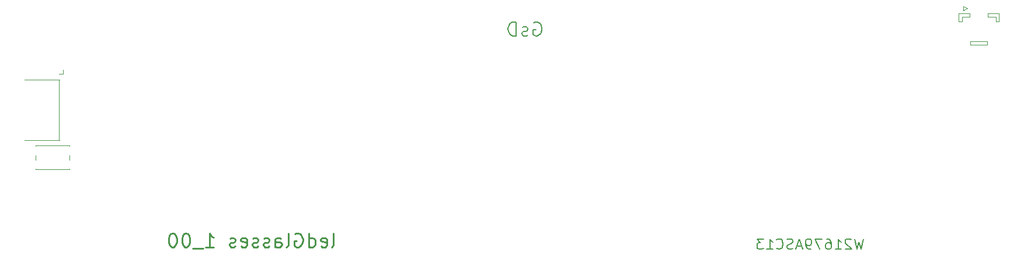
<source format=gbo>
G04 #@! TF.GenerationSoftware,KiCad,Pcbnew,(2017-09-07 revision 90668f9ef)-makepkg*
G04 #@! TF.CreationDate,2017-11-26T16:45:10+10:30*
G04 #@! TF.ProjectId,ledGlasses,6C6564476C61737365732E6B69636164,1.00*
G04 #@! TF.SameCoordinates,Original*
G04 #@! TF.FileFunction,Legend,Bot*
G04 #@! TF.FilePolarity,Positive*
%FSLAX46Y46*%
G04 Gerber Fmt 4.6, Leading zero omitted, Abs format (unit mm)*
G04 Created by KiCad (PCBNEW (2017-09-07 revision 90668f9ef)-makepkg) date 11/26/17 16:45:10*
%MOMM*%
%LPD*%
G01*
G04 APERTURE LIST*
%ADD10C,0.200000*%
%ADD11C,0.250000*%
%ADD12C,0.120000*%
%ADD13O,1.550000X1.000000*%
%ADD14O,0.950000X1.250000*%
%ADD15R,1.350000X0.400000*%
%ADD16C,0.787400*%
%ADD17C,0.990600*%
%ADD18R,1.450000X0.700000*%
%ADD19C,2.200000*%
%ADD20R,0.600000X1.800000*%
%ADD21R,1.000000X2.800000*%
G04 APERTURE END LIST*
D10*
X197750000Y-123678571D02*
X197392857Y-125178571D01*
X197107142Y-124107142D01*
X196821428Y-125178571D01*
X196464285Y-123678571D01*
X195964285Y-123821428D02*
X195892857Y-123750000D01*
X195750000Y-123678571D01*
X195392857Y-123678571D01*
X195250000Y-123750000D01*
X195178571Y-123821428D01*
X195107142Y-123964285D01*
X195107142Y-124107142D01*
X195178571Y-124321428D01*
X196035714Y-125178571D01*
X195107142Y-125178571D01*
X193678571Y-125178571D02*
X194535714Y-125178571D01*
X194107142Y-125178571D02*
X194107142Y-123678571D01*
X194250000Y-123892857D01*
X194392857Y-124035714D01*
X194535714Y-124107142D01*
X192392857Y-123678571D02*
X192678571Y-123678571D01*
X192821428Y-123750000D01*
X192892857Y-123821428D01*
X193035714Y-124035714D01*
X193107142Y-124321428D01*
X193107142Y-124892857D01*
X193035714Y-125035714D01*
X192964285Y-125107142D01*
X192821428Y-125178571D01*
X192535714Y-125178571D01*
X192392857Y-125107142D01*
X192321428Y-125035714D01*
X192250000Y-124892857D01*
X192250000Y-124535714D01*
X192321428Y-124392857D01*
X192392857Y-124321428D01*
X192535714Y-124250000D01*
X192821428Y-124250000D01*
X192964285Y-124321428D01*
X193035714Y-124392857D01*
X193107142Y-124535714D01*
X191750000Y-123678571D02*
X190750000Y-123678571D01*
X191392857Y-125178571D01*
X190107142Y-125178571D02*
X189821428Y-125178571D01*
X189678571Y-125107142D01*
X189607142Y-125035714D01*
X189464285Y-124821428D01*
X189392857Y-124535714D01*
X189392857Y-123964285D01*
X189464285Y-123821428D01*
X189535714Y-123750000D01*
X189678571Y-123678571D01*
X189964285Y-123678571D01*
X190107142Y-123750000D01*
X190178571Y-123821428D01*
X190250000Y-123964285D01*
X190250000Y-124321428D01*
X190178571Y-124464285D01*
X190107142Y-124535714D01*
X189964285Y-124607142D01*
X189678571Y-124607142D01*
X189535714Y-124535714D01*
X189464285Y-124464285D01*
X189392857Y-124321428D01*
X188821428Y-124750000D02*
X188107142Y-124750000D01*
X188964285Y-125178571D02*
X188464285Y-123678571D01*
X187964285Y-125178571D01*
X187535714Y-125107142D02*
X187321428Y-125178571D01*
X186964285Y-125178571D01*
X186821428Y-125107142D01*
X186750000Y-125035714D01*
X186678571Y-124892857D01*
X186678571Y-124750000D01*
X186750000Y-124607142D01*
X186821428Y-124535714D01*
X186964285Y-124464285D01*
X187250000Y-124392857D01*
X187392857Y-124321428D01*
X187464285Y-124250000D01*
X187535714Y-124107142D01*
X187535714Y-123964285D01*
X187464285Y-123821428D01*
X187392857Y-123750000D01*
X187250000Y-123678571D01*
X186892857Y-123678571D01*
X186678571Y-123750000D01*
X185178571Y-125035714D02*
X185250000Y-125107142D01*
X185464285Y-125178571D01*
X185607142Y-125178571D01*
X185821428Y-125107142D01*
X185964285Y-124964285D01*
X186035714Y-124821428D01*
X186107142Y-124535714D01*
X186107142Y-124321428D01*
X186035714Y-124035714D01*
X185964285Y-123892857D01*
X185821428Y-123750000D01*
X185607142Y-123678571D01*
X185464285Y-123678571D01*
X185250000Y-123750000D01*
X185178571Y-123821428D01*
X183750000Y-125178571D02*
X184607142Y-125178571D01*
X184178571Y-125178571D02*
X184178571Y-123678571D01*
X184321428Y-123892857D01*
X184464285Y-124035714D01*
X184607142Y-124107142D01*
X183250000Y-123678571D02*
X182321428Y-123678571D01*
X182821428Y-124250000D01*
X182607142Y-124250000D01*
X182464285Y-124321428D01*
X182392857Y-124392857D01*
X182321428Y-124535714D01*
X182321428Y-124892857D01*
X182392857Y-125035714D01*
X182464285Y-125107142D01*
X182607142Y-125178571D01*
X183035714Y-125178571D01*
X183178571Y-125107142D01*
X183250000Y-125035714D01*
D11*
X120639047Y-124854761D02*
X120829523Y-124759523D01*
X120924761Y-124569047D01*
X120924761Y-122854761D01*
X119115238Y-124759523D02*
X119305714Y-124854761D01*
X119686666Y-124854761D01*
X119877142Y-124759523D01*
X119972380Y-124569047D01*
X119972380Y-123807142D01*
X119877142Y-123616666D01*
X119686666Y-123521428D01*
X119305714Y-123521428D01*
X119115238Y-123616666D01*
X119020000Y-123807142D01*
X119020000Y-123997619D01*
X119972380Y-124188095D01*
X117305714Y-124854761D02*
X117305714Y-122854761D01*
X117305714Y-124759523D02*
X117496190Y-124854761D01*
X117877142Y-124854761D01*
X118067619Y-124759523D01*
X118162857Y-124664285D01*
X118258095Y-124473809D01*
X118258095Y-123902380D01*
X118162857Y-123711904D01*
X118067619Y-123616666D01*
X117877142Y-123521428D01*
X117496190Y-123521428D01*
X117305714Y-123616666D01*
X115305714Y-122950000D02*
X115496190Y-122854761D01*
X115781904Y-122854761D01*
X116067619Y-122950000D01*
X116258095Y-123140476D01*
X116353333Y-123330952D01*
X116448571Y-123711904D01*
X116448571Y-123997619D01*
X116353333Y-124378571D01*
X116258095Y-124569047D01*
X116067619Y-124759523D01*
X115781904Y-124854761D01*
X115591428Y-124854761D01*
X115305714Y-124759523D01*
X115210476Y-124664285D01*
X115210476Y-123997619D01*
X115591428Y-123997619D01*
X114067619Y-124854761D02*
X114258095Y-124759523D01*
X114353333Y-124569047D01*
X114353333Y-122854761D01*
X112448571Y-124854761D02*
X112448571Y-123807142D01*
X112543809Y-123616666D01*
X112734285Y-123521428D01*
X113115238Y-123521428D01*
X113305714Y-123616666D01*
X112448571Y-124759523D02*
X112639047Y-124854761D01*
X113115238Y-124854761D01*
X113305714Y-124759523D01*
X113400952Y-124569047D01*
X113400952Y-124378571D01*
X113305714Y-124188095D01*
X113115238Y-124092857D01*
X112639047Y-124092857D01*
X112448571Y-123997619D01*
X111591428Y-124759523D02*
X111400952Y-124854761D01*
X111020000Y-124854761D01*
X110829523Y-124759523D01*
X110734285Y-124569047D01*
X110734285Y-124473809D01*
X110829523Y-124283333D01*
X111020000Y-124188095D01*
X111305714Y-124188095D01*
X111496190Y-124092857D01*
X111591428Y-123902380D01*
X111591428Y-123807142D01*
X111496190Y-123616666D01*
X111305714Y-123521428D01*
X111020000Y-123521428D01*
X110829523Y-123616666D01*
X109972380Y-124759523D02*
X109781904Y-124854761D01*
X109400952Y-124854761D01*
X109210476Y-124759523D01*
X109115238Y-124569047D01*
X109115238Y-124473809D01*
X109210476Y-124283333D01*
X109400952Y-124188095D01*
X109686666Y-124188095D01*
X109877142Y-124092857D01*
X109972380Y-123902380D01*
X109972380Y-123807142D01*
X109877142Y-123616666D01*
X109686666Y-123521428D01*
X109400952Y-123521428D01*
X109210476Y-123616666D01*
X107496190Y-124759523D02*
X107686666Y-124854761D01*
X108067619Y-124854761D01*
X108258095Y-124759523D01*
X108353333Y-124569047D01*
X108353333Y-123807142D01*
X108258095Y-123616666D01*
X108067619Y-123521428D01*
X107686666Y-123521428D01*
X107496190Y-123616666D01*
X107400952Y-123807142D01*
X107400952Y-123997619D01*
X108353333Y-124188095D01*
X106639047Y-124759523D02*
X106448571Y-124854761D01*
X106067619Y-124854761D01*
X105877142Y-124759523D01*
X105781904Y-124569047D01*
X105781904Y-124473809D01*
X105877142Y-124283333D01*
X106067619Y-124188095D01*
X106353333Y-124188095D01*
X106543809Y-124092857D01*
X106639047Y-123902380D01*
X106639047Y-123807142D01*
X106543809Y-123616666D01*
X106353333Y-123521428D01*
X106067619Y-123521428D01*
X105877142Y-123616666D01*
X102353333Y-124854761D02*
X103496190Y-124854761D01*
X102924761Y-124854761D02*
X102924761Y-122854761D01*
X103115238Y-123140476D01*
X103305714Y-123330952D01*
X103496190Y-123426190D01*
X101972380Y-125045238D02*
X100448571Y-125045238D01*
X99591428Y-122854761D02*
X99400952Y-122854761D01*
X99210476Y-122950000D01*
X99115238Y-123045238D01*
X99020000Y-123235714D01*
X98924761Y-123616666D01*
X98924761Y-124092857D01*
X99020000Y-124473809D01*
X99115238Y-124664285D01*
X99210476Y-124759523D01*
X99400952Y-124854761D01*
X99591428Y-124854761D01*
X99781904Y-124759523D01*
X99877142Y-124664285D01*
X99972380Y-124473809D01*
X100067619Y-124092857D01*
X100067619Y-123616666D01*
X99972380Y-123235714D01*
X99877142Y-123045238D01*
X99781904Y-122950000D01*
X99591428Y-122854761D01*
X97686666Y-122854761D02*
X97496190Y-122854761D01*
X97305714Y-122950000D01*
X97210476Y-123045238D01*
X97115238Y-123235714D01*
X97020000Y-123616666D01*
X97020000Y-124092857D01*
X97115238Y-124473809D01*
X97210476Y-124664285D01*
X97305714Y-124759523D01*
X97496190Y-124854761D01*
X97686666Y-124854761D01*
X97877142Y-124759523D01*
X97972380Y-124664285D01*
X98067619Y-124473809D01*
X98162857Y-124092857D01*
X98162857Y-123616666D01*
X98067619Y-123235714D01*
X97972380Y-123045238D01*
X97877142Y-122950000D01*
X97686666Y-122854761D01*
D10*
X149955714Y-92220000D02*
X150146190Y-92124761D01*
X150431904Y-92124761D01*
X150717619Y-92220000D01*
X150908095Y-92410476D01*
X151003333Y-92600952D01*
X151098571Y-92981904D01*
X151098571Y-93267619D01*
X151003333Y-93648571D01*
X150908095Y-93839047D01*
X150717619Y-94029523D01*
X150431904Y-94124761D01*
X150241428Y-94124761D01*
X149955714Y-94029523D01*
X149860476Y-93934285D01*
X149860476Y-93267619D01*
X150241428Y-93267619D01*
X149098571Y-94029523D02*
X148908095Y-94124761D01*
X148527142Y-94124761D01*
X148336666Y-94029523D01*
X148241428Y-93839047D01*
X148241428Y-93743809D01*
X148336666Y-93553333D01*
X148527142Y-93458095D01*
X148812857Y-93458095D01*
X149003333Y-93362857D01*
X149098571Y-93172380D01*
X149098571Y-93077142D01*
X149003333Y-92886666D01*
X148812857Y-92791428D01*
X148527142Y-92791428D01*
X148336666Y-92886666D01*
X147384285Y-94124761D02*
X147384285Y-92124761D01*
X146908095Y-92124761D01*
X146622380Y-92220000D01*
X146431904Y-92410476D01*
X146336666Y-92600952D01*
X146241428Y-92981904D01*
X146241428Y-93267619D01*
X146336666Y-93648571D01*
X146431904Y-93839047D01*
X146622380Y-94029523D01*
X146908095Y-94124761D01*
X147384285Y-94124761D01*
D12*
X76140000Y-109280000D02*
X81140000Y-109280000D01*
X81140000Y-100480000D02*
X76140000Y-100480000D01*
X81120000Y-109230000D02*
X81120000Y-100530000D01*
X81070000Y-99670000D02*
X81705000Y-99670000D01*
X81705000Y-99670000D02*
X81705000Y-99035000D01*
X77750000Y-110090000D02*
X77750000Y-110190000D01*
X77750000Y-113590000D02*
X77750000Y-113490000D01*
X82650000Y-113490000D02*
X82650000Y-113590000D01*
X82650000Y-110090000D02*
X82650000Y-110190000D01*
X82650000Y-111490000D02*
X82650000Y-112190000D01*
X77750000Y-111490000D02*
X77750000Y-112190000D01*
X77750000Y-110090000D02*
X82650000Y-110090000D01*
X82650000Y-113590000D02*
X77750000Y-113590000D01*
X213250000Y-95425000D02*
X215750000Y-95425000D01*
X215750000Y-95425000D02*
X215750000Y-94925000D01*
X215750000Y-94925000D02*
X213250000Y-94925000D01*
X213250000Y-94925000D02*
X213250000Y-95425000D01*
X211550000Y-92075000D02*
X211550000Y-90875000D01*
X211550000Y-90875000D02*
X213200000Y-90875000D01*
X213200000Y-90875000D02*
X213200000Y-91375000D01*
X213200000Y-91375000D02*
X212050000Y-91375000D01*
X212050000Y-91375000D02*
X212050000Y-92075000D01*
X212050000Y-92075000D02*
X211550000Y-92075000D01*
X217450000Y-92075000D02*
X217450000Y-90875000D01*
X217450000Y-90875000D02*
X215800000Y-90875000D01*
X215800000Y-90875000D02*
X215800000Y-91375000D01*
X215800000Y-91375000D02*
X216950000Y-91375000D01*
X216950000Y-91375000D02*
X216950000Y-92075000D01*
X216950000Y-92075000D02*
X217450000Y-92075000D01*
X212875000Y-90125000D02*
X212275000Y-89825000D01*
X212275000Y-89825000D02*
X212275000Y-90425000D01*
X212275000Y-90425000D02*
X212875000Y-90125000D01*
%LPC*%
D13*
X77390000Y-101380000D03*
X77390000Y-108380000D03*
D14*
X80090000Y-102380000D03*
X80090000Y-107380000D03*
D15*
X80090000Y-103580000D03*
X80090000Y-104230000D03*
X80090000Y-104880000D03*
X80090000Y-105530000D03*
X80090000Y-106180000D03*
D16*
X78530000Y-97765000D03*
X78530000Y-99035000D03*
X79800000Y-97765000D03*
X79800000Y-99035000D03*
X81070000Y-97765000D03*
X81070000Y-99035000D03*
D17*
X82340000Y-98400000D03*
X77260000Y-99416000D03*
X77260000Y-97384000D03*
D18*
X77620000Y-110840000D03*
X82780000Y-110840000D03*
X82780000Y-112840000D03*
X77620000Y-112840000D03*
D19*
X77530000Y-92380000D03*
X77530000Y-85380000D03*
X153530000Y-107380000D03*
X143530000Y-107380000D03*
X219530000Y-85380000D03*
X219530000Y-92380000D03*
D20*
X213875000Y-90625000D03*
X215125000Y-90625000D03*
D21*
X216850000Y-93975000D03*
X212150000Y-93975000D03*
M02*

</source>
